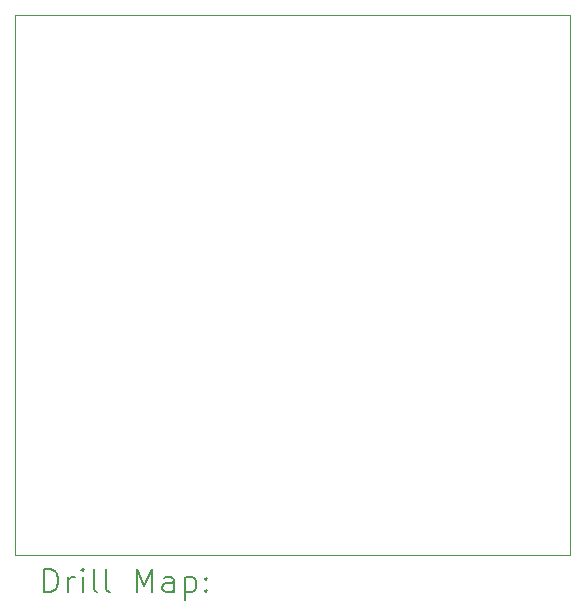
<source format=gbr>
%TF.GenerationSoftware,KiCad,Pcbnew,6.0.8-f2edbf62ab~116~ubuntu22.04.1*%
%TF.CreationDate,2022-10-13T10:44:43+02:00*%
%TF.ProjectId,Floppy emulator with OSD,466c6f70-7079-4206-956d-756c61746f72,0.2*%
%TF.SameCoordinates,Original*%
%TF.FileFunction,Drillmap*%
%TF.FilePolarity,Positive*%
%FSLAX45Y45*%
G04 Gerber Fmt 4.5, Leading zero omitted, Abs format (unit mm)*
G04 Created by KiCad (PCBNEW 6.0.8-f2edbf62ab~116~ubuntu22.04.1) date 2022-10-13 10:44:43*
%MOMM*%
%LPD*%
G01*
G04 APERTURE LIST*
%ADD10C,0.100000*%
%ADD11C,0.200000*%
G04 APERTURE END LIST*
D10*
X8699500Y-15240000D02*
X13398500Y-15240000D01*
X13398500Y-10668000D02*
X8699500Y-10668000D01*
X13398500Y-15240000D02*
X13398500Y-10668000D01*
X8699500Y-10668000D02*
X8699500Y-15240000D01*
D11*
X8952119Y-15555476D02*
X8952119Y-15355476D01*
X8999738Y-15355476D01*
X9028310Y-15365000D01*
X9047357Y-15384048D01*
X9056881Y-15403095D01*
X9066405Y-15441190D01*
X9066405Y-15469762D01*
X9056881Y-15507857D01*
X9047357Y-15526905D01*
X9028310Y-15545952D01*
X8999738Y-15555476D01*
X8952119Y-15555476D01*
X9152119Y-15555476D02*
X9152119Y-15422143D01*
X9152119Y-15460238D02*
X9161643Y-15441190D01*
X9171167Y-15431667D01*
X9190214Y-15422143D01*
X9209262Y-15422143D01*
X9275929Y-15555476D02*
X9275929Y-15422143D01*
X9275929Y-15355476D02*
X9266405Y-15365000D01*
X9275929Y-15374524D01*
X9285452Y-15365000D01*
X9275929Y-15355476D01*
X9275929Y-15374524D01*
X9399738Y-15555476D02*
X9380690Y-15545952D01*
X9371167Y-15526905D01*
X9371167Y-15355476D01*
X9504500Y-15555476D02*
X9485452Y-15545952D01*
X9475929Y-15526905D01*
X9475929Y-15355476D01*
X9733071Y-15555476D02*
X9733071Y-15355476D01*
X9799738Y-15498333D01*
X9866405Y-15355476D01*
X9866405Y-15555476D01*
X10047357Y-15555476D02*
X10047357Y-15450714D01*
X10037833Y-15431667D01*
X10018786Y-15422143D01*
X9980690Y-15422143D01*
X9961643Y-15431667D01*
X10047357Y-15545952D02*
X10028310Y-15555476D01*
X9980690Y-15555476D01*
X9961643Y-15545952D01*
X9952119Y-15526905D01*
X9952119Y-15507857D01*
X9961643Y-15488809D01*
X9980690Y-15479286D01*
X10028310Y-15479286D01*
X10047357Y-15469762D01*
X10142595Y-15422143D02*
X10142595Y-15622143D01*
X10142595Y-15431667D02*
X10161643Y-15422143D01*
X10199738Y-15422143D01*
X10218786Y-15431667D01*
X10228310Y-15441190D01*
X10237833Y-15460238D01*
X10237833Y-15517381D01*
X10228310Y-15536428D01*
X10218786Y-15545952D01*
X10199738Y-15555476D01*
X10161643Y-15555476D01*
X10142595Y-15545952D01*
X10323548Y-15536428D02*
X10333071Y-15545952D01*
X10323548Y-15555476D01*
X10314024Y-15545952D01*
X10323548Y-15536428D01*
X10323548Y-15555476D01*
X10323548Y-15431667D02*
X10333071Y-15441190D01*
X10323548Y-15450714D01*
X10314024Y-15441190D01*
X10323548Y-15431667D01*
X10323548Y-15450714D01*
M02*

</source>
